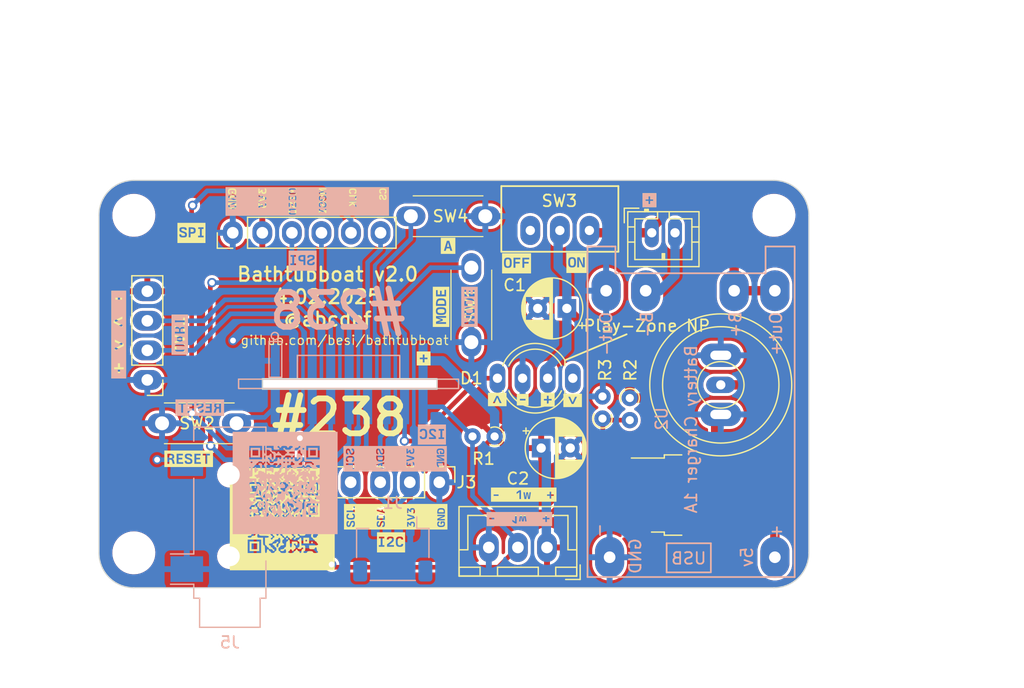
<source format=kicad_pcb>
(kicad_pcb (version 20221018) (generator pcbnew)
  (layers (0 "F.Cu" signal) (31 "B.Cu" signal) (34 "B.Paste" user) (35 "F.Paste" user) (36 "B.SilkS" user "B.Silkscreen") (37 "F.SilkS" user "F.Silkscreen") (38 "B.Mask" user) (39 "F.Mask" user) (44 "Edge.Cuts" user))
  (net 0 "")
  (net 1 "GND")
  (net 2 "unconnected-(D1-DOUT-Pad1)")
  (net 3 "+3V3")
  (net 4 "TX")
  (net 5 "RX")
  (net 6 "+5V")
  (net 7 "Net-(U1-GP0)")
  (net 8 "VBUS")
  (net 9 "Net-(U1-GP16)")
  (net 10 "SPI_MOSI")
  (net 11 "SPI_CS")
  (net 12 "I2C_SDA")
  (net 13 "I2C_SCL")
  (net 14 "SPI_MISO")
  (net 15 "SPI_CLK")
  (net 16 "Neopixel")
  (net 18 "Net-(U1-GP2)")
  (net 19 "/BAT+")
  (net 20 "Temp")
  (net 21 "/BAT-")
  (net 22 "ADC")
  (footprint "kibuzzard-679F7FF7" (layer "F.Cu") (at 140.202742 84.403877 -90)
    (fp_text reference "kibuzzard-679F7FF7" hide)
    (fp_text value "G***" hide)
  )
  (footprint "Resistor_THT:R_Axial_DIN0204_L3.6mm_D1.6mm_P1.90mm_Vertical" (layer "F.Cu") (at 145.114601 84.198731 -90)
    (fp_text reference "R2" (at -2.398731 -0.054435 -270) (layer "F.SilkS"))
    (fp_text value "100k")
    (pad "1" thru_hole circle (at 0 0 270) (size 1.4 1.4) (drill 0.7) (layers "*.Cu" "*.Mask") (net 6 "+5V"))
    (pad "2" thru_hole oval (at 1.9 0 270) (size 1.4 1.4) (drill 0.7) (layers "*.Cu" "*.Mask") (net 22 "ADC"))
  )
  (footprint "Connector_JST:JST_XH_B3B-XH-A_1x03_P2.50mm_Vertical" (layer "F.Cu") (at 138 97.04 180)
    (fp_text reference "J4" hide)
    (fp_text value "DS18B20")
    (pad "1" thru_hole oval (at 0 0 270) (size 2.5 1.7) (drill 1) (layers "*.Cu" "*.Mask") (net 3 "+3V3"))
    (pad "2" thru_hole oval (at 2.5 0 270) (size 2.5 1.7) (drill 1) (layers "*.Cu" "*.Mask") (net 20 "Temp"))
    (pad "3" thru_hole oval (at 5 0 270) (size 2.5 1.7) (drill 1) (layers "*.Cu" "*.Mask") (net 1 "GND"))
  )
  (footprint "kibuzzard-65B8C3A2" (layer "F.Cu") (at 117.4 67.31 90)
    (fp_text reference "kibuzzard-65B8C3A2" hide)
    (fp_text value "G***" hide)
  )
  (footprint "Capacitor_THT:CP_Radial_D5.0mm_P2.50mm" (layer "F.Cu") (at 137.5 88.5)
    (fp_text reference "C2" (at -2 2.62) (layer "F.SilkS"))
    (fp_text value "C_Polarized_Small")
    (pad "1" thru_hole rect (at 0 0) (size 1.6 1.6) (drill 0.8) (layers "*.Cu" "*.Mask") (net 3 "+3V3"))
    (pad "2" thru_hole circle (at 2.5 0) (size 1.6 1.6) (drill 0.8) (layers "*.Cu" "*.Mask") (net 1 "GND"))
  )
  (footprint "kibuzzard-65B8C65E" (layer "F.Cu") (at 136 92.5)
    (fp_text reference "kibuzzard-65B8C65E" hide)
    (fp_text value "G***" hide)
  )
  (footprint "kibuzzard-65B79597" (layer "F.Cu") (at 107.21 89.42)
    (fp_text reference "kibuzzard-65B79597" hide)
    (fp_text value "G***" hide)
  )
  (footprint "pts636:pts636" (layer "F.Cu") (at 104.924 86.372)
    (fp_text reference "SW2" (at 3 0) (layer "F.SilkS"))
    (fp_text value "RESET")
    (pad "1" thru_hole oval (at 0 0) (size 2.5 1.7) (drill 1.2) (layers "*.Cu" "*.Mask") (net 1 "GND"))
    (pad "2" thru_hole oval (at 6.4 0) (size 2.5 1.7) (drill 1.2) (layers "*.Cu" "*.Mask") (net 9 "Net-(U1-GP16)"))
  )
  (footprint "magnetic-charger:magnetic-charger" (layer "F.Cu") (at 152.93 83.07 90)
    (fp_text reference "U6" hide)
    (fp_text value "magnetic-charger" hide)
    (pad "1" thru_hole oval (at -2.54 0 180) (size 3.5 2) (drill oval 1.8 0.8) (layers "*.Cu" "*.Mask") (net 1 "GND"))
    (pad "1" thru_hole oval (at 2.54 0 180) (size 3.5 2) (drill oval 1.8 0.8) (layers "*.Cu" "*.Mask") (net 1 "GND"))
    (pad "2" thru_hole oval (at 0 0 90) (size 1.4 2.5) (drill 0.8) (layers "*.Cu" "*.Mask") (net 8 "VBUS"))
  )
  (footprint "MountingHole:MountingHole_3.2mm_M3" (layer "F.Cu") (at 102.5 68.5)
    (fp_text reference "H1" hide)
    (fp_text value "MountingHole")
    (pad "" np_thru_hole circle (at 0 0) (size 3.2 3.2) (drill 3.2) (layers "*.Cu" "*.Mask"))
  )
  (footprint "kibuzzard-65B98079" (layer "F.Cu") (at 140.534415 72.589671)
    (fp_text reference "kibuzzard-65B98079" hide)
    (fp_text value "G***" hide)
  )
  (footprint "kibuzzard-65D7C44D" (layer "F.Cu") (at 106.448 78.752 90)
    (fp_text reference "kibuzzard-65D7C44D" hide)
    (fp_text value "G***" hide)
  )
  (footprint "Connector_JST:JST_PH_B2B-PH-K_1x02_P2.00mm_Vertical" (layer "F.Cu") (at 147 70)
    (fp_text reference "BT3" hide)
    (fp_text value "Battery_Cell")
    (pad "1" thru_hole oval (at 0 0 90) (size 2.5 1.2) (drill 0.8) (layers "*.Cu" "*.Mask") (net 19 "/BAT+"))
    (pad "2" thru_hole oval (at 2 0 90) (size 2.5 1.2) (drill 0.8) (layers "*.Cu" "*.Mask") (net 21 "/BAT-"))
  )
  (footprint "as12ap:as12ap" (layer "F.Cu") (at 136.563436 69.801498 90)
    (fp_text reference "SW3" (at 2.54 2.500128 unlocked) (layer "F.SilkS"))
    (fp_text value "POWER" hide)
    (pad "1" thru_hole oval (at 0 0 90) (size 2.5 1.7) (drill 0.8) (layers "*.Cu" "*.Mask"))
    (pad "2" thru_hole oval (at 0 2.54 90) (size 2.5 1.7) (drill 0.8) (layers "*.Cu" "*.Mask") (net 6 "+5V"))
    (pad "3" thru_hole oval (at 0 5.08 90) (size 2.5 1.7) (drill 0.8) (layers "*.Cu" "*.Mask") (net 19 "/BAT+"))
  )
  (footprint "kibuzzard-65B7965E" (layer "F.Cu") (at 101.2 78.752)
    (fp_text reference "kibuzzard-65B7965E" hide)
    (fp_text value "G***" hide)
  )
  (footprint "Package_TO_SOT_SMD:TO-252-2" (layer "F.Cu") (at 150.549673 92.536992)
    (fp_text reference "U3" hide)
    (fp_text value "UA78M33_TO252")
    (pad "1" smd rect (at -4.2 -2.28) (size 3 1.8) (layers "F.Cu" "F.Paste" "F.Mask") (net 6 "+5V"))
    (pad "2" smd rect (at 2.1 0) (size 6.4 5.8) (layers "F.Cu" "F.Mask") (net 1 "GND"))
    (pad "3" smd rect (at -4.2 2.28) (size 3 1.8) (layers "F.Cu" "F.Paste" "F.Mask") (net 3 "+3V3"))
  )
  (footprint "LED_THT:LED_D5.0mm-4_RGB_Wide_Pins" (layer "F.Cu") (at 140.218907 82.5 180)
    (fp_text reference "D1" (at 8.718907 0) (layer "F.SilkS"))
    (fp_text value "NeoPixel BY Play-Zone.ch")
    (fp_text user "Play-Zone NP" (at -6.361093 4.51 unlocked) (layer "F.SilkS"))
    (pad "1" thru_hole oval (at 0 0 270) (size 2.5 1.35) (drill 0.8) (layers "*.Cu" "*.Mask") (net 2 "unconnected-(D1-DOUT-Pad1)"))
    (pad "2" thru_hole oval (at 2.159 0 270) (size 2.5 1.35) (drill 0.8) (layers "*.Cu" "*.Mask") (net 6 "+5V"))
    (pad "3" thru_hole oval (at 4.318 0 270) (size 2.5 1.35) (drill 0.8) (layers "*.Cu" "*.Mask") (net 1 "GND"))
    (pad "4" thru_hole oval (at 6.477 0 270) (size 2.5 1.35) (drill 0.8) (layers "*.Cu" "*.Mask") (net 16 "Neopixel"))
  )
  (footprint "pts636:pts636" (layer "F.Cu") (at 131.5 79.4 90)
    (fp_text reference "SW1" (at 3.2 0 90) (layer "F.SilkS"))
    (fp_text value "MODE" hide)
    (pad "1" thru_hole oval (at 0 0 90) (size 2.5 1.7) (drill 1.2) (layers "*.Cu" "*.Mask") (net 1 "GND"))
    (pad "2" thru_hole oval (at 6.4 0 90) (size 2.5 1.7) (drill 1.2) (layers "*.Cu" "*.Mask") (net 7 "Net-(U1-GP0)"))
  )
  (footprint "kibuzzard-679F7FF7" (layer "F.Cu") (at 133.725326 84.326195 90)
    (fp_text reference "kibuzzard-679F7FF7" hide)
    (fp_text value "G***" hide)
  )
  (footprint "Connector_PinHeader_2.54mm:PinHeader_1x06_P2.54mm_Vertical" (layer "F.Cu") (at 111 70 90)
    (fp_text reference "J2" hide)
    (fp_text value "SPI")
    (pad "1" thru_hole oval (at 0 0 90) (size 2 1.7) (drill 1) (layers "*.Cu" "*.Mask") (net 1 "GND"))
    (pad "2" thru_hole oval (at 0 2.54 90) (size 2 1.7) (drill 1) (layers "*.Cu" "*.Mask") (net 3 "+3V3"))
    (pad "3" thru_hole oval (at 0 5.08 90) (size 2 1.7) (drill 1) (layers "*.Cu" "*.Mask") (net 14 "SPI_MISO"))
    (pad "4" thru_hole oval (at 0 7.62 90) (size 2 1.7) (drill 1) (layers "*.Cu" "*.Mask") (net 10 "SPI_MOSI"))
    (pad "5" thru_hole oval (at 0 10.16 90) (size 2 1.7) (drill 1) (layers "*.Cu" "*.Mask") (net 15 "SPI_CLK"))
    (pad "6" thru_hole oval (at 0 12.7 90) (size 2 1.7) (drill 1) (layers "*.Cu" "*.Mask") (net 11 "SPI_CS"))
  )
  (footprint "MountingHole:MountingHole_3.2mm_M3" (layer "F.Cu") (at 102.5 97.5)
    (fp_text reference "H3" hide)
    (fp_text value "MountingHole")
    (pad "" np_thru_hole circle (at 0 0) (size 3.2 3.2) (drill 3.2) (layers "*.Cu" "*.Mask"))
  )
  (footprint "kibuzzard-65B795B9" (layer "F.Cu") (at 146.8 67.2)
    (fp_text reference "kibuzzard-65B795B9" hide)
    (fp_text value "G***" hide)
  )
  (footprint "kibuzzard-65B98083" (layer "F.Cu") (at 135.384708 72.628102)
    (fp_text reference "kibuzzard-65B98083" hide)
    (fp_text value "G***" hide)
  )
  (footprint "Connector_PinHeader_2.54mm:PinHeader_1x04_P2.54mm_Vertical" (layer "F.Cu") (at 128.75 91.44 -90)
    (fp_text reference "J3" (at 0 -2.33 180) (layer "F.SilkS"))
    (fp_text value "I2C")
    (pad "1" thru_hole oval (at 0 0 270) (size 2.5 1.7) (drill 1) (layers "*.Cu" "*.Mask") (net 1 "GND"))
    (pad "2" thru_hole oval (at 0 2.54 270) (size 2.5 1.7) (drill 1) (layers "*.Cu" "*.Mask") (net 3 "+3V3"))
    (pad "3" thru_hole oval (at 0 5.08 270) (size 2.5 1.7) (drill 1) (layers "*.Cu" "*.Mask") (net 12 "I2C_SDA"))
    (pad "4" thru_hole oval (at 0 7.62 270) (size 2.5 1.7) (drill 1) (layers "*.Cu" "*.Mask") (net 13 "I2C_SCL"))
  )
  (footprint "kibuzzard-65D6F389" (layer "F.Cu") (at 135.912 84.34)
    (fp_text reference "kibuzzard-65D6F389" hide)
    (fp_text value "G***" hide)
  )
  (footprint "kibuzzard-65B796FD" (layer "F.Cu") (at 107.45017 70.0133)
    (fp_text reference "kibuzzard-65B796FD" hide)
    (fp_text value "G***" hide)
  )
  (footprint "Resistor_THT:R_Axial_DIN0204_L3.6mm_D1.6mm_P1.90mm_Vertical" (layer "F.Cu") (at 142.77 85.964673 90)
    (fp_text reference "R3" (at 4.164673 0.227298 90) (layer "F.SilkS"))
    (fp_text value "TODO Add Light meter here")
    (pad "1" thru_hole circle (at 0 0 90) (size 1.4 1.4) (drill 0.7) (layers "*.Cu" "*.Mask") (net 22 "ADC"))
    (pad "2" thru_hole oval (at 1.9 0 90) (size 1.4 1.4) (drill 0.7) (layers "*.Cu" "*.Mask") (net 1 "GND"))
  )
  (footprint "pts636:pts636" (layer "F.Cu") (at 132.700554 68.577814 180)
    (fp_text reference "SW4" (at 3 0) (layer "F.SilkS"))
    (fp_text value "A" hide)
    (pad "1" thru_hole oval (at 0 0 180) (size 2.5 1.7) (drill 1.2) (layers "*.Cu" "*.Mask") (net 1 "GND"))
    (pad "2" thru_hole oval (at 6.4 0 180) (size 2.5 1.7) (drill 1.2) (layers "*.Cu" "*.Mask") (net 18 "Net-(U1-GP2)"))
  )
  (footprint "kibuzzard-65B8C757" (layer "F.Cu") (at 129.500554 71.12)
    (fp_text reference "kibuzzard-65B8C757" hide)
    (fp_text value "G***" hide)
  )
  (footprint "kibuzzard-65B796EF" (layer "F.Cu") (at 124.6 96.6)
    (fp_text reference "kibuzzard-65B796EF" hide)
    (fp_text value "G***" hide)
  )
  (footprint "Connector_PinHeader_2.54mm:PinHeader_1x04_P2.54mm_Vertical" (layer "F.Cu") (at 103.65827 82.643448 180)
    (fp_text reference "U5" hide)
    (fp_text value "TTL")
    (pad "1" thru_hole oval (at 0 0 180) (size 2.5 1.7) (drill 1) (layers "*.Cu" "*.Mask") (net 1 "GND"))
    (pad "2" thru_hole oval (at 0 2.54 180) (size 2.5 1.7) (drill 1) (layers "*.Cu" "*.Mask") (net 4 "TX"))
    (pad "3" thru_hole oval (at 0 5.08 180) (size 2.5 1.7) (drill 1) (layers "*.Cu" "*.Mask") (net 5 "RX"))
    (pad "4" thru_hole oval (at 0 7.62 180) (size 2.5 1.7) (drill 1) (layers "*.Cu" "*.Mask") (net 3 "+3V3"))
  )
  (footprint "kibuzzard-65B795B9" (layer "F.Cu") (at 127.4 80.8)
    (fp_text reference "kibuzzard-65B795B9" hide)
    (fp_text value "G***" hide)
  )
  (footprint "MountingHole:MountingHole_3.2mm_M3" (layer "F.Cu") (at 157.5 68.5)
    (fp_text reference "H2" hide)
    (fp_text value "MountingHole")
    (pad "" np_thru_hole circle (at 0 0) (size 3.2 3.2) (drill 3.2) (layers "*.Cu" "*.Mask"))
  )
  (footprint "kibuzzard-65B79508" (layer "F.Cu") (at 125 94.4 90)
    (fp_text reference "kibuzzard-65B79508" hide)
    (fp_text value "G***" hide)
  )
  (footprint "kibuzzard-65B7959E" (layer "F.Cu") (at 128.896696 76.366096 90)
    (fp_text reference "kibuzzard-65B7959E" hide)
    (fp_text value "G***" hide)
  )
  (footprint "Resistor_THT:R_Axial_DIN0204_L3.6mm_D1.6mm_P1.90mm_Vertical" (layer "F.Cu") (at 133.5 87.5 180)
    (fp_text reference "R1" (at 0.95 -1.92) (layer "F.SilkS"))
    (fp_text value "47k")
    (pad "1" thru_hole circle (at 0 0 180) (size 1.4 1.4) (drill 0.7) (layers "*.Cu" "*.Mask") (net 3 "+3V3"))
    (pad "2" thru_hole oval (at 1.9 0 180) (size 1.4 1.4) (drill 0.7) (layers "*.Cu" "*.Mask") (net 20 "Temp"))
  )
  (footprint "kibuzzard-65B795B9" (layer "F.Cu") (at 138.065466 84.34 180)
    (fp_text reference "kibuzzard-65B795B9" hide)
    (fp_text value "G***" hide)
  )
  (footprint "LOGO" (layer "F.Cu") (at 115.251113 94.605278)
    (fp_text reference "G***" hide)
    (fp_text value "LOGO" hide)
  )
  (footprint "Capacitor_THT:CP_Radial_D5.0mm_P2.50mm" (layer "F.Cu") (at 139.705112 76.5 180)
    (fp_text reference "C1" (at 4.480526 2) (layer "F.SilkS"))
    (fp_text value "C_Polarized_Small")
    (pad "1" thru_hole rect (at 0 0 180) (size 1.6 1.6) (drill 0.8) (layers "*.Cu" "*.Mask") (net 6 "+5V"))
    (pad "2" thru_hole circle (at 2.5 0 180) (size 1.6 1.6) (drill 0.8) (layers "*.Cu" "*.Mask") (net 1 "GND"))
  )
  (footprint "kibuzzard-65B795B9" (layer "B.Cu") (at 146.8 67.2 180)
    (fp_text reference "kibuzzard-65B795B9" hide)
    (fp_text value "G***" hide)
  )
  (footprint "tp4056:tp4056" (layer "B.Cu") (at 150.39 86.88 90)
    (fp_text reference "U2" (at 0.9 -2.54 90) (layer "B.SilkS") (effects (justify mirror)))
    (fp_text value "tp4056")
    (fp_text user "Battery Charger 1A" (at 0 -0.01 90) (layer "B.SilkS") (effects (justify mirror)))
    (fp_text user "-" (at -8.7 -7.91 90) (layer "B.SilkS") (effects (justify mirror)))
    (fp_text user "B-" (at 9 -3.81 90) (layer "B.SilkS") (effects (justify mirror)))
    (fp_text user "5v" (at -11 4.79 90) (layer "B.SilkS") (effects (justify mirror)))
    (fp_text user "B+" (at 9 3.79 90) (layer "B.SilkS") (effects (justify mirror)))
    (fp_text user "Out+" (at 8.2 7.29 90) (layer "B.SilkS") (effects (justify mirror)))
    (fp_text user "+" (at -8.8 7.29 90) (layer "B.SilkS") (effects (justify mirror)))
    (fp_text user "Out-" (at 8.2 -7.31 90) (layer "B.SilkS") (effects (justify mirror)))
    (fp_text user "USB" (at -11.1 -0.21) (layer "B.SilkS") (effects (justify mirror)))
    (fp_text user "GND" (at -10.9 -4.81 90) (layer "B.SilkS") (effects (justify mirror)))
    (pad "1" thru_hole oval (at -11 7.19 90) (size 3.5 2.5) (drill 1) (layers "*.Cu" "*.Mask") (net 8 "VBUS"))
    (pad "2" thru_hole oval (at -11 -7.01 90) (size 3.5 2.5) (drill 1) (layers "*.Cu" "*.Mask") (net 1 "GND"))
    (pad "3" thru_hole oval (at 11.9 3.69 90) (size 3.5 2.5) (drill 1) (layers "*.Cu" "*.Mask") (net 19 "/BAT+"))
    (pad "4" thru_hole oval (at 11.9 -3.91 90) (size 3.5 2.5) (drill 1) (layers "*.Cu" "*.Mask") (net 21 "/BAT-"))
    (pad "5" thru_hole oval (at 11.9 7.19 90) (size 3.5 2.5) (drill 1) (layers "*.Cu" "*.Mask") (net 19 "/BAT+"))
    (pad "6" thru_hole oval (at 11.9 -7.31 90) (size 3.5 2.5) (drill 1) (layers "*.Cu" "*.Mask") (net 1 "GND"))
  )
  (footprint "LOGO" (layer "B.Cu") (at 115.5 91.5 180)
    (fp_text reference "G***" (at 0 0) (layer "B.SilkS") (effects (font (size 1.524 1.524) (thickness 0.3)) (justify mirror)))
    (fp_text value "LOGO" hide)
  )
  (footprint "kibuzzard-65D7C44D" (layer "B.Cu") (at 106.448 78.752 90)
    (fp_text reference "kibuzzard-65D7C44D" hide)
    (fp_text value "G***" hide)
  )
  (footprint "esp-01m:esp-01m" (layer "B.Cu") (at 121 83 -90)
    (fp_text reference "U1" hide)
    (fp_text value "esp-01m")
    (fp_rect (start -0.46 7.45) (end 0.44 -7.55) (stroke (width 0.12)) (fill none) (layer "Edge.Cuts"))
    (pad "1" smd rect (at -2 6.35 270) (size 3 0.78) (layers "B.Cu" "B.Paste" "B.Mask") (net 1 "GND"))
    (pad "2" smd rect (at -2 4.7625 270) (size 3 0.78) (layers "B.Cu" "B.Paste" "B.Mask") (net 3 "+3V3"))
    (pad "3" smd rect (at -2 3.175 270) (size 3 0.78) (layers "B.Cu" "B.Paste" "B.Mask") (net 4 "TX"))
    (pad "4" smd rect (at -2 1.5875 270) (size 3 0.78) (layers "B.Cu" "B.Paste" "B.Mask") (net 5 "RX"))
    (pad "5" smd rect (at -2 0 270) (size 3 0.78) (layers "B.Cu" "B.Paste" "B.Mask") (net 10 "SPI_MOSI"))
    (pad "6" smd rect (at -2 -1.5875 270) (size 3 0.78) (layers "B.Cu" "B.Paste" "B.Mask") (net 11 "SPI_CS"))
    (pad "7" smd rect (at -2 -3.175 270) (size 3 0.78) (layers "B.Cu" "B.Paste" "B.Mask") (net 18 "Net-(U1-GP2)"))
    (pad "8" smd rect (at -2 -4.7625 270) (size 3 0.78) (layers "B.Cu" "B.Paste" "B.Mask") (net 7 "Net-(U1-GP0)"))
    (pad "9" smd rect (at -2 -6.35 270) (size 3 0.78) (layers "B.Cu" "B.Paste" "B.Mask") (net 3 "+3V3"))
    (pad "10" smd rect (at 1.95 -6.35 270) (size 3 0.78) (layers "B.Cu" "B.Paste" "B.Mask") (net 20 "Temp"))
    (pad "11" smd rect (at 1.95 -4.7625 270) (size 3 0.78) (layers "B.Cu" "B.Paste" "B.Mask") (net 16 "Neopixel"))
    (pad "12" smd rect (at 1.95 -3.175 270) (size 3 0.78) (layers "B.Cu" "B.Paste" "B.Mask") (net 12 "I2C_SDA"))
    (pad "13" smd rect (at 1.95 -1.5875 270) (size 3 0.78) (layers "B.Cu" "B.Paste" "B.Mask") (net 13 "I2C_SCL"))
    (pad "14" smd rect (at 1.95 0 270) (size 3 0.78) (layers "B.Cu" "B.Paste" "B.Mask") (net 14 "SPI_MISO"))
    (pad "15" smd rect (at 1.95 1.5875 270) (size 3 0.78) (layers "B.Cu" "B.Paste" "B.Mask") (net 15 "SPI_CLK"))
    (pad "16" smd rect (at 1.95 3.175 270) (size 3 0.78) (layers "B.Cu" "B.Paste" "B.Mask") (net 22 "ADC"))
    (pad "17" smd rect (at 1.95 4.7625 270) (size 3 0.78) (layers "B.Cu" "B.Paste" "B.Mask") (net 9 "Net-(U1-GP16)"))
    (pad "18" smd rect (at 1.95 6.35 270) (size 3 0.78) (layers "B.Cu" "B.Paste" "B.Mask") (net 9 "Net-(U1-GP16)"))
  )
  (footprint "Connector_JST:JST_SH_SM04B-SRSS-TB_1x04-1MP_P1.00mm_Horizontal" (layer "B.Cu") (at 124.748708 97.18873 180)
    (fp_text reference "J1" (at 0 3.98) (layer "B.SilkS") (effects (justify mirror)))
    (fp_text value "I2C")
    (pad "1" smd roundrect (at -1.5 2 180) (size 0.75 1.8) (layers "B.Cu" "B.Paste" "B.Mask") (net 1 "GND"))
    (pad "2" smd roundrect (at -0.5 2 180) (size 0.75 1.8) (layers "B.Cu" "B.Paste" "B.Mask") (net 3 "+3V3"))
    (pad "3" smd roundrect (at 0.5 2 180) (size 0.75 1.8) (layers "B.Cu" "B.Paste" "B.Mask") (net 12 "I2C_SDA"))
    (pad "4" smd roundrect (at 1.5 2 180) (size 0.75 1.8) (layers "B.Cu" "B.Paste" "B.Mask") (net 13 "I2C_SCL"))
    (pad "MP" smd roundrect (at -2.8 -1.875 180) (size 1.2 1.8) (layers "B.Cu" "B.Paste" "B.Mask") (roundrect_rratio 0.208333))
    (pad "MP" smd roundrect (at 2.8 -1.875 180) (size 1.2 1.8) (layers "B.Cu" "B.Paste" "B.Mask") (roundrect_rratio 0.208333))
  )
  (footprint "kibuzzard-65B7959E" (layer "B.Cu") (at 131.34 76.366096 90)
    (fp_text reference "kibuzzard-65B7959E" hide)
    (fp_text value "G***" hide)
  )
  (footprint "kibuzzard-65B79597" (layer "B.Cu") (at 108.164048 85.026626 180)
    (fp_text reference "kibuzzard-65B79597" hide)
    (fp_text value "G***" hide)
  )
  (footprint "kibuzzard-65B8C65E" (layer "B.Cu") (at 135.628059 94.598647)
    (fp_text reference "kibuzzard-65B8C65E" hide)
    (fp_text value "G***" hide)
  )
  (footprint "kibuzzard-65B796EF" (layer "B.Cu") (at 128.110493 87.340933 180)
    (fp_text reference "kibuzzard-65B796EF" hide)
    (fp_text value "G***" hide)
  )
  (footprint "kibuzzard-65B79508" (layer "B.Cu") (at 124.95 89.42 -90)
    (fp_text reference "kibuzzard-65B79508" hide)
    (fp_text value "G***" hide)
  )
  (footprint "kibuzzard-65B7965E" (layer "B.Cu") (at 101.2 78.752)
    (fp_text reference "kibuzzard-65B7965E" hide)
    (fp_text value "G***" hide)
  )
  (footprint "kibuzzard-65B796FD" (layer "B.Cu") (at 117 72.4 180)
    (fp_text reference "kibuzzard-65B796FD" hide)
    (fp_text value "G***" hide)
  )
  (footprint "kibuzzard-65B8C3A2" (layer "B.Cu") (at 117.4 67.31 -90)
    (fp_text reference "kibuzzard-65B8C3A2" hide)
    (fp_text value "G***" hide)
  )
  (footprint "Connector_Audio:Jack_3.5mm_CUI_SJ-3523-SMT_Horizontal" (layer "B.Cu") (at 110.75 95.3)
    (fp_text reference "J5" (at 0 9.9 180) (layer "B.SilkS") (effects (justify mirror)))
    (fp_text value "1WireTRS")
    (pad "" np_thru_hole circle (at 0 -4.5) (size 1.7 1.7) (drill 1.7) (layers "*.Cu" "*.Mask"))
    (pad "" np_thru_hole circle (at 0 2.5) (size 1.7 1.7) (drill 1.7) (layers "*.Cu" "*.Mask"))
    (pad "R" smd rect (at 3.7 1.6) (size 2.8 2.2) (layers "B.Cu" "B.Paste" "B.Mask") (net 20 "Temp"))
    (pad "S" smd rect (at -3.7 3.6) (size 2.8 2.2) (layers "B.Cu" "B.Paste" "B.Mask") (net 1 "GND"))
    (pad "T" smd rect (at -3.7 -5.8) (size 2.8 2.8) (layers "B.Cu" "B.Paste" "B.Mask") (net 3 "+3V3"))
  )
  (gr_line (start 144.84173 78.722864) (end 139.540407 80.955) (stroke (width 0.15)) (layer "F.SilkS"))
  (gr_arc (start 102.5 100.5) (mid 100.37868 99.62132) (end 99.5 97.5) (stroke (width 0.1)) (layer "Edge.Cuts"))
  (gr_arc (start 157.5 65.5) (mid 159.62132 66.37868) (end 160.5 68.5) (stroke (width 0.1)) (layer "Edge.Cuts"))
  (gr_arc (start 99.5 68.5) (mid 100.37868 66.37868) (end 102.5 65.5) (stroke (width 0.1)) (layer "Edge.Cuts"))
  (gr_line (start 102.5 100.5) (end 157.5 100.5) (stroke (width 0.1)) (layer "Edge.Cuts"))
  (gr_line (start 99.5 68.5) (end 99.5 97.5) (stroke (width 0.1)) (layer "Edge.Cuts"))
  (gr_line (start 157.5 65.5) (end 102.5 65.5) (stroke (width 0.1)) (layer "Edge.Cuts"))
  (gr_line (start 160.5 68.5) (end 160.5 97.5) (stroke (width 0.1)) (layer "Edge.Cuts"))
  (gr_arc (start 160.5 97.5) (mid 159.62132 99.62132) (end 157.5 100.5) (stroke (width 0.1)) (layer "Edge.Cuts"))
  (gr_text "#238" (at 120.018147 76.72) (layer "B.SilkS") (effects (font (size 3 3) (thickness 0.5)) (justify mirror)))
  (gr_text "Bathtubboat v2.0\n4.02.2025\n@abcdef" (at 119.148 75.5) (layer "F.SilkS") (effects (font (size 1.2 1.2) (thickness 0.2))))
  (gr_text "#238" (at 120.158991 85.869035) (layer "F.SilkS") (effects (font (size 3 3) (thickness 0.5))))
  (gr_text "github.com/besi/bathtubboat" (at 120.613096 79.23473) (layer "F.SilkS") (effects (font (size 0.8 0.8) (thickness 0.1))))
  (segment (start 152.49 86.05) (end 152.93 85.61) (width 0.8) (layer "F.Cu") (net 1))
  (segment (start 152.49 92.377319) (end 152.49 86.05) (width 0.8) (layer "F.Cu") (net 1))
  (segment (start 152.649673 92.536992) (end 152.49 92.377319) (width 0.8) (layer "F.Cu") (net 1))
  (segment (start 139.919 81.919) (end 140 82) (width 0.4) (layer "B.Cu") (net 2))
  (via (at 111.02 79.26) (size 0.8) (drill 0.5) (layers "F.Cu" "B.Cu") (net 3))
  (via (at 104.5 89.5) (size 0.8) (drill 0.5) (layers "F.Cu" "B.Cu") (net 3))
  (segment (start 129.015257 81) (end 127.352 81) (width 0.8) (layer "B.Cu") (net 3))
  (segment (start 137.944 96.984) (end 138 97.04) (width 0.8) (layer "B.Cu") (net 3))
  (segment (start 107.05 89.5) (end 104.5 89.5) (width 0.4) (layer "B.Cu") (net 3))
  (segment (start 133.5 87.5) (end 133.5 85.484743) (width 0.8) (layer "B.Cu") (net 3))
  (segment (start 125.248708 93.321604) (end 126.21 92.360312) (width 0.4) (layer "B.Cu") (net 3))
  (segment (start 127.35 81) (end 127.6 81) (width 0.4) (layer "B.Cu") (net 3))
  (segment (start 125.248708 95.18873) (end 125.248708 93.321604) (width 0.4) (layer "B.Cu") (net 3))
  (segment (start 137.5 88.5) (end 137.944 88.944) (width 0.8) (layer "B.Cu") (net 3))
  (segment (start 116.2375 81) (end 116.2375 78.6975) (width 0.8) (layer "B.Cu") (net 3))
  (segment (start 133.5 85.484743) (end 129.015257 81) (width 0.8) (layer "B.Cu") (net 3))
  (segment (start 116.2375 78.6975) (end 115.968 78.428) (width 0.8) (layer "B.Cu") (net 3))
  (segment (start 137.944 88.944) (end 137.944 96.984) (width 0.8) (layer "B.Cu") (net 3))
  (segment (start 115.968 78.428) (end 111.852 78.428) (width 0.8) (layer "B.Cu") (net 3))
  (segment (start 111.852 78.428) (end 111.02 79.26) (width 0.8) (layer "B.Cu") (net 3))
  (segment (start 126.21 92.360312) (end 126.21 91.44) (width 0.4) (layer "B.Cu") (net 3))
  (segment (start 117.825 78.305102) (end 116.482401 76.962503) (width 0.4) (layer "B.Cu") (net 4))
  (segment (start 107.665502 80.103448) (end 103.65827 80.103448) (width 0.4) (layer "B.Cu") (net 4))
  (segment (start 116.482401 76.962503) (end 110.806447 76.962503) (width 0.4) (layer "B.Cu") (net 4))
  (segment (start 110.806447 76.962503) (end 107.665502 80.103448) (width 0.4) (layer "B.Cu") (net 4))
  (segment (start 117.825 81) (end 117.825 78.305102) (width 0.4) (layer "B.Cu") (net 4))
  (segment (start 110.309598 75.763002) (end 108.509152 77.563448) (width 0.4) (layer "B.Cu") (net 5))
  (segment (start 119.4125 78.196252) (end 116.97925 75.763002) (width 0.4) (layer "B.Cu") (net 5))
  (segment (start 119.4125 81) (end 119.4125 78.196252) (width 0.4) (layer "B.Cu") (net 5))
  (segment (start 116.97925 75.763002) (end 110.309598 75.763002) (width 0.4) (layer "B.Cu") (net 5))
  (segment (start 108.509152 77.563448) (end 103.65827 77.563448) (width 0.4) (layer "B.Cu") (net 5))
  (segment (start 146.438731 84.198731) (end 145.114601 84.198731) (width 0.8) (layer "F.Cu") (net 6))
  (segment (start 146.349673 90.256992) (end 147.079755 89.52691) (width 0.8) (layer "F.Cu") (net 6))
  (segment (start 146.19 90.097319) (end 146.349673 90.256992) (width 0.8) (layer "F.Cu") (net 6))
  (segment (start 147.079755 89.52691) (end 147.079755 84.839755) (width 0.8) (layer "F.Cu") (net 6))
  (segment (start 145.114601 81.909489) (end 139.705112 76.5) (width 0.8) (layer "F.Cu") (net 6))
  (segment (start 145.114601 84.198731) (end 145.114601 81.909489) (width 0.8) (layer "F.Cu") (net 6))
  (segment (start 147.079755 84.839755) (end 146.438731 84.198731) (width 0.8) (layer "F.Cu") (net 6))
  (segment (start 138.059907 81.577907) (end 138.059907 82.5) (width 0.8) (layer "B.Cu") (net 6))
  (segment (start 139.705112 76.5) (end 139.705112 79.932702) (width 0.8) (layer "B.Cu") (net 6))
  (segment (start 138.96 69.944934) (end 138.96 72.91) (width 0.8) (layer "B.Cu") (net 6))
  (segment (start 138.96 72.91) (end 139.705112 73.655112) (width 0.8) (layer "B.Cu") (net 6))
  (segment (start 139.705112 73.655112) (end 139.705112 76.5) (width 0.8) (layer "B.Cu") (net 6))
  (segment (start 139.103436 69.801498) (end 138.96 69.944934) (width 0.8) (layer "B.Cu") (net 6))
  (segment (start 139.705112 79.932702) (end 138.059907 81.577907) (width 0.8) (layer "B.Cu") (net 6))
  (segment (start 125.7625 81) (end 125.7625 78.696667) (width 0.4) (layer "B.Cu") (net 7))
  (segment (start 125.0185 77.952667) (end 125.0185 75.995333) (width 0.4) (layer "B.Cu") (net 7))
  (segment (start 125.0185 75.995333) (end 128.013833 73) (width 0.4) (layer "B.Cu") (net 7))
  (segment (start 125.7625 78.696667) (end 125.0185 77.952667) (width 0.4) (layer "B.Cu") (net 7))
  (segment (start 128.013833 73) (end 131.5 73) (width 0.4) (layer "B.Cu") (net 7))
  (segment (start 157.58 86.07) (end 157.58 97.88) (width 0.8) (layer "F.Cu") (net 8))
  (segment (start 152.93 83.07) (end 154.58 83.07) (width 0.8) (layer "F.Cu") (net 8))
  (segment (start 154.58 83.07) (end 157.58 86.07) (width 0.8) (layer "F.Cu") (net 8))
  (segment (start 114.65 84.95) (end 116.2375 84.95) (width 0.4) (layer "B.Cu") (net 9))
  (segment (start 111.832 85.864) (end 113.736 85.864) (width 0.4) (layer "B.Cu") (net 9))
  (segment (start 113.736 85.864) (end 114.65 84.95) (width 0.4) (layer "B.Cu") (net 9))
  (segment (start 111.324 86.372) (end 111.832 85.864) (width 0.4) (layer "B.Cu") (net 9))
  (segment (start 118.62 70) (end 118.62 75.62) (width 0.4) (layer "B.Cu") (net 10))
  (segment (start 121 78) (end 121 81) (width 0.4) (layer "B.Cu") (net 10))
  (segment (start 118.62 75.62) (end 121 78) (width 0.4) (layer "B.Cu") (net 10))
  (segment (start 123.7 71.433131) (end 122.5875 72.545631) (width 0.4) (layer "B.Cu") (net 11))
  (segment (start 122.5875 72.545631) (end 122.5875 81) (width 0.4) (layer "B.Cu") (net 11))
  (segment (start 123.7 70) (end 123.7 71.433131) (width 0.4) (layer "B.Cu") (net 11))
  (segment (start 124.175 87.047184) (end 123.67 87.552184) (width 0.4) (layer "B.Cu") (net 12))
  (segment (start 124.175 84.95) (end 124.175 87.047184) (width 0.4) (layer "B.Cu") (net 12))
  (segment (start 123.67 87.552184) (end 123.67 91.44) (width 0.4) (layer "B.Cu") (net 12))
  (segment (start 123.67 92.762029) (end 124.248708 93.340737) (width 0.4) (layer "B.Cu") (net 12))
  (segment (start 124.248708 93.340737) (end 124.248708 95.18873) (width 0.4) (layer "B.Cu") (net 12))
  (segment (start 123.5 91.423704) (end 123.5 91.5) (width 0.4) (layer "B.Cu") (net 12))
  (segment (start 123.67 91.44) (end 123.67 92.762029) (width 0.4) (layer "B.Cu") (net 12))
  (segment (start 121.13 93.070022) (end 123.248708 95.18873) (width 0.4) (layer "B.Cu") (net 13))
  (segment (start 122.470499 85.067001) (end 122.470499 88.349501) (width 0.4) (layer "B.Cu") (net 13))
  (segment (start 121.13 89.69) (end 121.13 91.44) (width 0.4) (layer "B.Cu") (net 13))
  (segment (start 122.5875 84.95) (end 122.470499 85.067001) (width 0.4) (layer "B.Cu") (net 13))
  (segment (start 122.470499 88.349501) (end 121.13 89.69) (width 0.4) (layer "B.Cu") (net 13))
  (segment (start 121.13 91.44) (end 121.13 93.070022) (width 0.4) (layer "B.Cu") (net 13))
  (segment (start 109.071272 74.426782) (end 109.2135 74.284554) (width 0.4) (layer "F.Cu") (net 14))
  (segment (start 109.100002 88.300933) (end 109.071272 88.272203) (width 0.4) (layer "F.Cu") (net 14))
  (segment (start 109.071272 88.272203) (end 109.071272 74.426782) (width 0.4) (layer "F.Cu") (net 14))
  (via (at 109.2135 74.284554) (size 0.8) (drill 0.5) (layers "F.Cu" "B.Cu") (net 14))
  (via (at 109.100002 88.300933) (size 0.8) (drill 0.5) (layers "F.Cu" "B.Cu") (net 14))
  (segment (start 121 88.122944) (end 121 84.95) (width 0.4) (layer "B.Cu") (net 14))
  (segment (start 109.100002 88.300933) (end 110.299069 89.5) (width 0.4) (layer "B.Cu") (net 14))
  (segment (start 116.08 73.184) (end 114.979446 74.284554) (width 0.4) (layer "B.Cu") (net 14))
  (segment (start 116.08 70) (end 116.08 73.184) (width 0.4) (layer "B.Cu") (net 14))
  (segment (start 119.622944 89.5) (end 121 88.122944) (width 0.4) (layer "B.Cu") (net 14))
  (segment (start 110.299069 89.5) (end 119.622944 89.5) (width 0.4) (layer "B.Cu") (net 14))
  (segment (start 114.979446 74.284554) (end 109.2135 74.284554) (width 0.4) (layer "B.Cu") (net 14))
  (segment (start 107.464 67.730305) (end 107.464 85.464) (width 0.4) (layer "F.Cu") (net 15))
  (segment (start 107.546701 67.647604) (end 107.464 67.730305) (width 0.4) (layer "F.Cu") (net 15))
  (segment (start 107.464 85.464) (end 107.5 85.5) (width 0.4) (layer "F.Cu") (net 15))
  (via (at 107.546701 67.647604) (size 0.8) (drill 0.5) (layers "F.Cu" "B.Cu") (net 15))
  (via (at 107.5 85.5) (size 0.8) (drill 0.5) (layers "F.Cu" "B.Cu") (net 15))
  (segment (start 119.4125 87.841589) (end 118.754089 88.5) (width 0.4) (layer "B.Cu") (net 15))
  (segment (start 108.793806 66.400499) (end 107.546701 67.647604) (width 0.4) (layer "B.Cu") (net 15))
  (segment (start 121.16 68.9) (end 118.660499 66.400499) (width 0.4) (layer "B.Cu") (net 15))
  (segment (start 121.16 70) (end 121.16 68.9) (width 0.4) (layer "B.Cu") (net 15))
  (segment (start 118.754089 88.5) (end 110.5 88.5) (width 0.4) (layer "B.Cu") (net 15))
  (segment (start 118.660499 66.400499) (end 108.793806 66.400499) (width 0.4) (layer "B.Cu") (net 15))
  (segment (start 119.4125 84.95) (end 119.4125 87.841589) (width 0.4) (layer "B.Cu") (net 15))
  (segment (start 110.5 88.5) (end 107.5 85.5) (width 0.4) (layer "B.Cu") (net 15))
  (segment (start 125.752 87.896) (end 126.768 87.896) (width 0.4) (layer "F.Cu") (net 16))
  (segment (start 133.741907 82.5) (end 132.164 82.5) (width 0.4) (layer "F.Cu") (net 16))
  (segment (start 126.768 87.896) (end 132.164 82.5) (width 0.4) (layer "F.Cu") (net 16))
  (via (at 125.752 87.896) (size 0.8) (drill 0.5) (layers "F.Cu" "B.Cu") (net 16))
  (segment (start 125.7625 84.95) (end 125.7625 87.8855) (width 0.4) (layer "B.Cu") (net 16))
  (segment (start 125.7625 87.8855) (end 125.752 87.896) (width 0.4) (layer "B.Cu") (net 16))
  (segment (start 124.175 81) (end 124.175 78.805518) (width 0.4) (layer "B.Cu") (net 18))
  (segment (start 126.300554 70.528928) (end 126.300554 68.577814) (width 0.4) (layer "B.Cu") (net 18))
  (segment (start 123.818999 78.449516) (end 123.818999 73.010483) (width 0.4) (layer "B.Cu") (net 18))
  (segment (start 124.175 78.805518) (end 123.818999 78.449516) (width 0.4) (layer "B.Cu") (net 18))
  (segment (start 123.818999 73.010483) (end 126.300554 70.528928) (width 0.4) (layer "B.Cu") (net 18))
  (segment (start 154.08 74.98) (end 157.58 74.98) (width 0.8) (layer "F.Cu") (net 19))
  (segment (start 148.482233 68.1) (end 147 69.582233) (width 0.8) (layer "F.Cu") (net 19))
  (segment (start 147 69.582233) (end 147 70) (width 0.8) (layer "F.Cu") (net 19))
  (segment (start 141.841938 70) (end 141.643436 69.801498) (width 0.8) (layer "F.Cu") (net 19))
  (segment (start 154.08 74.98) (end 154.08 70.08) (width 0.8) (layer "F.Cu") (net 19))
  (segment (start 154.08 70.08) (end 152.1 68.1) (width 0.8) (layer "F.Cu") (net 19))
  (segment (start 147 70) (end 141.841938 70) (width 0.8) (layer "F.Cu") (net 19))
  (segment (start 152.1 68.1) (end 148.482233 68.1) (width 0.8) (layer "F.Cu") (net 19))
  (segment (start 119.5 98.5) (end 119.74 98.74) (width 0.4) (layer "F.Cu") (net 20))
  (segment (start 133.8 98.74) (end 135.5 97.04) (width 0.4) (layer "F.Cu") (net 20))
  (segment (start 119.74 98.74) (end 133.8 98.74) (width 0.4) (layer "F.Cu") (net 20))
  (via (at 119.5 98.5) (size 0.8) (drill 0.5) (layers "F.Cu" "B.Cu") (net 20))
  (segment (start 131.6 87.5) (end 129.05 84.95) (width 0.4) (layer "B.Cu") (net 20))
  (segment (start 131.6 92.623705) (end 135.5 96.523705) (width 0.4) (layer "B.Cu") (net 20))
  (segment (start 114.45 96.9) (end 117.9 96.9) (width 0.4) (layer "B.Cu") (net 20))
  (segment (start 135.5 96.523705) (end 135.5 97.04) (width 0.4) (layer "B.Cu") (net 20))
  (segment (start 117.9 96.9) (end 119.5 98.5) (width 0.4) (layer "B.Cu") (net 20))
  (segment (start 131.6 87.5) (end 131.6 92.623705) (width 0.4) (layer "B.Cu") (net 20))
  (segment (start 129.05 84.95) (end 127.35 84.95) (width 0.4) (layer "B.Cu") (net 20))
  (segment (start 146.48 74.98) (end 147.685 74.98) (width 0.8) (layer "B.Cu") (net 21))
  (segment (start 149 73.665) (end 149 70) (width 0.8) (layer "B.Cu") (net 21))
  (segment (start 147.685 74.98) (end 149 73.665) (width 0.8) (layer "B.Cu") (net 21))
  (segment (start 142.796702 89.647298) (end 138.452 93.992) (width 0.4) (layer "F.Cu") (net 22))
  (segment (start 116.768141 91.683561) (end 116.768141 87.65) (width 0.4) (layer "F.Cu") (net 22))
  (segment (start 142.904058 86.098731) (end 142.77 85.964673) (width 0.4) (layer "F.Cu") (net 22))
  (segment (start 145.114601 86.098731) (end 142.904058 86.098731) (width 0.4) (layer "F.Cu") (net 22))
  (segment (start 142.77 85.964673) (end 142.796702 85.991375) (width 0.4) (layer "F.Cu") (net 22))
  (segment (start 138.452 93.992) (end 119.07658 93.992) (width 0.4) (layer "F.Cu") (net 22))
  (segment (start 142.796702 85.991375) (end 142.796702 89.647298) (width 0.4) (layer "F.Cu") (net 22))
  (segment (start 119.07658 93.992) (end 116.768141 91.683561) (width 0.4) (layer "F.Cu") (net 22))
  (via (at 116.768141 87.65) (size 0.8) (drill 0.5) (layers "F.Cu" "B.Cu") (net 22))
  (segment (start 117.825 86.593141) (end 116.768141 87.65) (width 0.4) (layer "B.Cu") (net 22))
  (segment (start 117.825 84.95) (end 117.825 86.593141) (width 0.4) (layer "B.Cu") (net 22))
  (zone (net 3) (net_name "+3V3") (layer "F.Cu") (connect_pads (clearance 0.2)) (min_thickness 0.254) (fill yes (thermal_gap 0.508) (thermal_bridge_width 0.508))
    (polygon (pts (xy 179 103) (xy 91 103) (xy 91 50) (xy 179 50)))
  )
  (zone (net 1) (net_name "GND") (layer "B.Cu") (connect_pads (clearance 0.25)) (min_thickness 0.254) (fill yes (thermal_gap 0.508) (thermal_bridge_width 0.508))
    (polygon (pts (xy 179 103) (xy 91 103) (xy 91 50) (xy 179 50)))
  )
)
</source>
